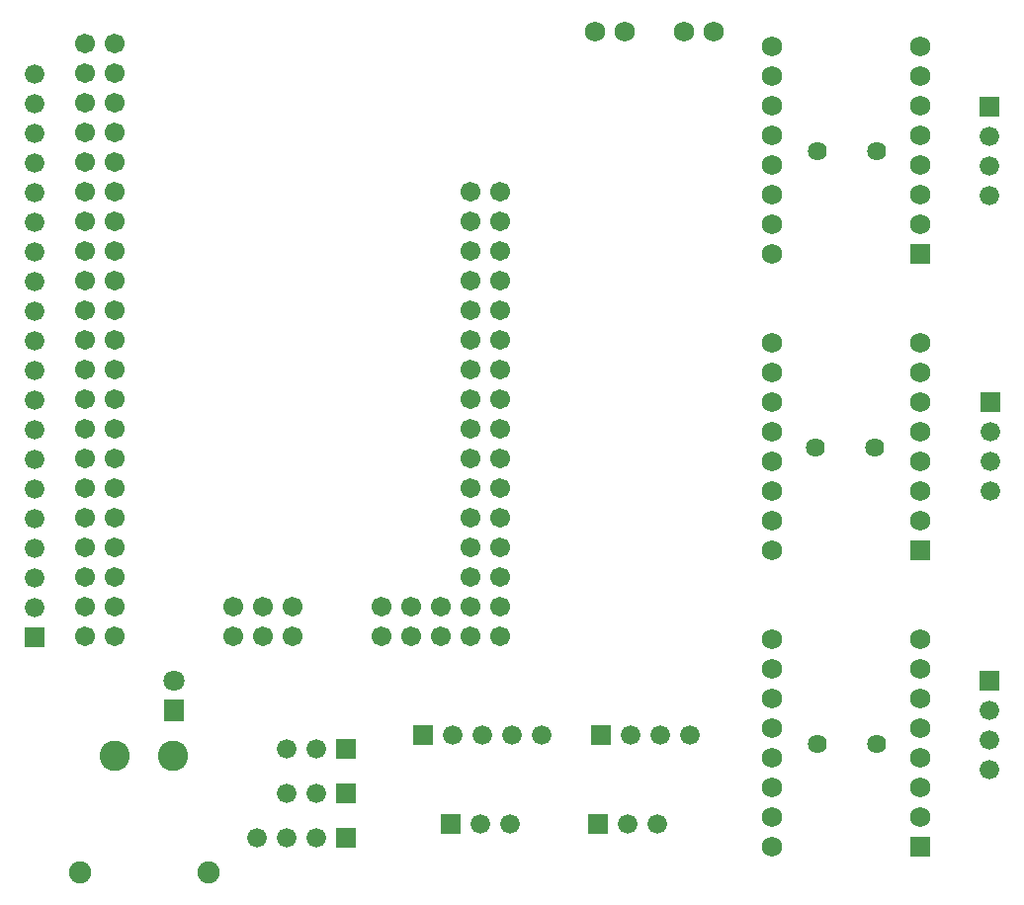
<source format=gts>
G04 Layer: TopSolderMaskLayer*
G04 EasyEDA v6.5.54, 2026-02-03 19:04:38*
G04 9173210c2a1045c2b90a711feb310df5,b3696df828ae431383eed25e92d68677,10*
G04 Gerber Generator version 0.2*
G04 Scale: 100 percent, Rotated: No, Reflected: No *
G04 Dimensions in millimeters *
G04 leading zeros omitted , absolute positions ,4 integer and 5 decimal *
%FSLAX45Y45*%
%MOMM*%

%AMMACRO1*4,1,8,-0.8085,-0.8382,-0.8382,-0.8082,-0.8382,0.8085,-0.8085,0.8382,0.8082,0.8382,0.8382,0.8085,0.8382,-0.8082,0.8082,-0.8382,-0.8085,-0.8382,0*%
%AMMACRO2*4,1,8,-0.8042,-0.8636,-0.8636,-0.8039,-0.8636,0.8042,-0.8042,0.8636,0.8039,0.8636,0.8636,0.8042,0.8636,-0.8039,0.8039,-0.8636,-0.8042,-0.8636,0*%
%AMMACRO3*4,1,8,-0.8085,-0.9007,-0.8382,-0.8707,-0.8382,0.871,-0.8085,0.9007,0.8082,0.9007,0.8382,0.871,0.8382,-0.8707,0.8082,-0.9007,-0.8085,-0.9007,0*%
%ADD10C,1.6256*%
%ADD11C,1.6764*%
%ADD12MACRO1*%
%ADD13MACRO2*%
%ADD14C,1.7272*%
%ADD15C,0.0140*%
%ADD16C,2.6016*%
%ADD17C,1.9016*%
%ADD18MACRO3*%
%ADD19C,1.8016*%
%ADD20C,1.7526*%
%ADD21C,1.7016*%

%LPD*%
D10*
G01*
X11353800Y5168900D03*
G01*
X11861800Y5168900D03*
G01*
X11849100Y2628900D03*
G01*
X11341100Y2628900D03*
G01*
X11861800Y88900D03*
G01*
X11353800Y88900D03*
D11*
G01*
X4648200Y5829300D03*
G01*
X4648200Y5575300D03*
G01*
X4648200Y5321300D03*
G01*
X4648200Y5067300D03*
G01*
X4648200Y4813300D03*
G01*
X4648200Y4559300D03*
G01*
X4648200Y4305300D03*
G01*
X4648200Y4051300D03*
G01*
X4648200Y3797300D03*
G01*
X4648200Y3543300D03*
G01*
X4648200Y3289300D03*
G01*
X4648200Y3035300D03*
G01*
X4648200Y2781300D03*
G01*
X4648200Y2527300D03*
G01*
X4648200Y2273300D03*
G01*
X4648200Y2019300D03*
G01*
X4648200Y1765300D03*
G01*
X4648200Y1511300D03*
G01*
X4648200Y1257300D03*
D12*
G01*
X4648200Y1003300D03*
D11*
G01*
X8991600Y165100D03*
G01*
X8737600Y165100D03*
G01*
X8483600Y165100D03*
G01*
X8229600Y165100D03*
D12*
G01*
X7975600Y165100D03*
G01*
X9499600Y165100D03*
D11*
G01*
X9753600Y165100D03*
G01*
X10007600Y165100D03*
G01*
X10261600Y165100D03*
G01*
X9982200Y-596900D03*
G01*
X9728200Y-596900D03*
D12*
G01*
X9474200Y-596900D03*
D11*
G01*
X8724900Y-596900D03*
G01*
X8470900Y-596900D03*
D12*
G01*
X8216900Y-596900D03*
D11*
G01*
X6807200Y-330200D03*
G01*
X7061200Y-330200D03*
D12*
G01*
X7315200Y-330200D03*
D11*
G01*
X6807200Y50800D03*
G01*
X7061200Y50800D03*
D12*
G01*
X7315200Y50800D03*
G01*
X7315200Y-711200D03*
D11*
G01*
X7061200Y-711200D03*
G01*
X6807200Y-711200D03*
G01*
X6553200Y-711200D03*
D13*
G01*
X12238481Y-790702D03*
D14*
G01*
X12238481Y-536702D03*
G01*
X12238481Y-282702D03*
G01*
X12238481Y-28702D03*
G01*
X12238481Y225297D03*
G01*
X12238481Y479297D03*
G01*
X12238481Y733297D03*
G01*
X12238481Y987297D03*
G01*
X10968685Y987145D03*
G01*
X10968685Y733145D03*
G01*
X10968685Y479145D03*
G01*
X10968685Y225145D03*
G01*
X10968685Y-28854D03*
G01*
X10968685Y-282854D03*
G01*
X10968685Y-536854D03*
G01*
X10968685Y-790854D03*
D13*
G01*
X12238481Y4289297D03*
D14*
G01*
X12238481Y4543297D03*
G01*
X12238481Y4797297D03*
G01*
X12238481Y5051297D03*
G01*
X12238481Y5305297D03*
G01*
X12238481Y5559297D03*
G01*
X12238481Y5813297D03*
G01*
X12238481Y6067297D03*
G01*
X10968685Y6067145D03*
G01*
X10968685Y5813145D03*
G01*
X10968685Y5559145D03*
G01*
X10968685Y5305145D03*
G01*
X10968685Y5051145D03*
G01*
X10968685Y4797145D03*
G01*
X10968685Y4543145D03*
G01*
X10968685Y4289145D03*
D13*
G01*
X12238481Y1749297D03*
D14*
G01*
X12238481Y2003297D03*
G01*
X12238481Y2257297D03*
G01*
X12238481Y2511297D03*
G01*
X12238481Y2765297D03*
G01*
X12238481Y3019297D03*
G01*
X12238481Y3273297D03*
G01*
X12238481Y3527297D03*
G01*
X10968685Y3527145D03*
G01*
X10968685Y3273145D03*
G01*
X10968685Y3019145D03*
G01*
X10968685Y2765145D03*
G01*
X10968685Y2511145D03*
G01*
X10968685Y2257145D03*
G01*
X10968685Y2003145D03*
G01*
X10968685Y1749145D03*
D12*
G01*
X12827000Y635000D03*
D11*
G01*
X12827000Y381000D03*
G01*
X12827000Y127000D03*
G01*
X12827000Y-127000D03*
D16*
G01*
X5338013Y-8001D03*
G01*
X5837986Y-8001D03*
D17*
G01*
X6138011Y-1007998D03*
G01*
X5037988Y-1007998D03*
D12*
G01*
X12839700Y3022600D03*
D11*
G01*
X12839700Y2768600D03*
G01*
X12839700Y2514600D03*
G01*
X12839700Y2260600D03*
D12*
G01*
X12827000Y5549900D03*
D11*
G01*
X12827000Y5295900D03*
G01*
X12827000Y5041900D03*
G01*
X12827000Y4787900D03*
D18*
G01*
X5842000Y381000D03*
D19*
G01*
X5842000Y635000D03*
D20*
G01*
X9702800Y6197600D03*
G01*
X9448800Y6197600D03*
D21*
G01*
X5080000Y6096000D03*
G01*
X5080000Y5842000D03*
G01*
X5080000Y5588000D03*
G01*
X5080000Y5334000D03*
G01*
X5080000Y5080000D03*
G01*
X5080000Y4826000D03*
G01*
X5080000Y4572000D03*
G01*
X5080000Y4318000D03*
G01*
X5080000Y4064000D03*
G01*
X5080000Y3810000D03*
G01*
X5080000Y3556000D03*
G01*
X5080000Y3302000D03*
G01*
X5080000Y3048000D03*
G01*
X5080000Y2794000D03*
G01*
X5080000Y2540000D03*
G01*
X5080000Y2286000D03*
G01*
X5080000Y2032000D03*
G01*
X5080000Y1778000D03*
G01*
X5080000Y1524000D03*
G01*
X5080000Y1270000D03*
G01*
X5080000Y1016000D03*
G01*
X5334000Y1016000D03*
G01*
X5334000Y1270000D03*
G01*
X5334000Y1524000D03*
G01*
X5334000Y1778000D03*
G01*
X5334000Y2032000D03*
G01*
X5334000Y2286000D03*
G01*
X5334000Y2540000D03*
G01*
X5334000Y2794000D03*
G01*
X5334000Y3048000D03*
G01*
X5334000Y3302000D03*
G01*
X5334000Y3556000D03*
G01*
X5334000Y3810000D03*
G01*
X5334000Y4064000D03*
G01*
X5334000Y4318000D03*
G01*
X5334000Y4572000D03*
G01*
X5334000Y4826000D03*
G01*
X5334000Y5080000D03*
G01*
X5334000Y5334000D03*
G01*
X5334000Y5588000D03*
G01*
X5334000Y5842000D03*
G01*
X5334000Y6096000D03*
G01*
X6350000Y1016000D03*
G01*
X6604000Y1016000D03*
G01*
X6858000Y1016000D03*
G01*
X6858000Y1270000D03*
G01*
X6604000Y1270000D03*
G01*
X6350000Y1270000D03*
G01*
X8382000Y4826000D03*
G01*
X8382000Y4572000D03*
G01*
X8382000Y4318000D03*
G01*
X8382000Y4064000D03*
G01*
X8382000Y3810000D03*
G01*
X8382000Y3556000D03*
G01*
X8382000Y3302000D03*
G01*
X8382000Y3048000D03*
G01*
X8382000Y2794000D03*
G01*
X8382000Y2540000D03*
G01*
X8382000Y2286000D03*
G01*
X8382000Y2032000D03*
G01*
X8382000Y1778000D03*
G01*
X8382000Y1524000D03*
G01*
X8382000Y1270000D03*
G01*
X8382000Y1016000D03*
G01*
X8636000Y1016000D03*
G01*
X8636000Y1270000D03*
G01*
X8636000Y1524000D03*
G01*
X8636000Y1778000D03*
G01*
X8636000Y2032000D03*
G01*
X8636000Y2286000D03*
G01*
X8636000Y2540000D03*
G01*
X8636000Y2794000D03*
G01*
X8636000Y3048000D03*
G01*
X8636000Y3302000D03*
G01*
X8636000Y3556000D03*
G01*
X8636000Y3810000D03*
G01*
X8636000Y4064000D03*
G01*
X8636000Y4318000D03*
G01*
X8636000Y4572000D03*
G01*
X8636000Y4826000D03*
G01*
X8128000Y1016000D03*
G01*
X7874000Y1016000D03*
G01*
X7620000Y1016000D03*
G01*
X7620000Y1270000D03*
G01*
X7874000Y1270000D03*
G01*
X8128000Y1270000D03*
D20*
G01*
X10464800Y6197600D03*
G01*
X10210800Y6197600D03*
M02*

</source>
